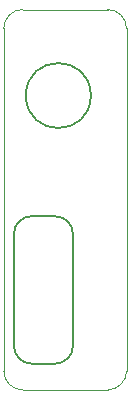
<source format=gbr>
%TF.GenerationSoftware,KiCad,Pcbnew,7.0.2-0*%
%TF.CreationDate,2023-08-13T20:03:35+08:00*%
%TF.ProjectId,Shield,53686965-6c64-42e6-9b69-6361645f7063,rev?*%
%TF.SameCoordinates,Original*%
%TF.FileFunction,Profile,NP*%
%FSLAX46Y46*%
G04 Gerber Fmt 4.6, Leading zero omitted, Abs format (unit mm)*
G04 Created by KiCad (PCBNEW 7.0.2-0) date 2023-08-13 20:03:35*
%MOMM*%
%LPD*%
G01*
G04 APERTURE LIST*
%TA.AperFunction,Profile*%
%ADD10C,0.100000*%
%TD*%
%TA.AperFunction,Profile*%
%ADD11C,0.200000*%
%TD*%
G04 APERTURE END LIST*
D10*
X147600000Y-116600000D02*
G75*
G03*
X149200000Y-115000000I0J1600000D01*
G01*
D11*
X143161729Y-114379189D02*
X141161729Y-114379189D01*
D10*
X138800000Y-96100000D02*
X138800000Y-86000000D01*
X138800000Y-115000000D02*
G75*
G03*
X140400000Y-116600000I1600000J0D01*
G01*
X138800000Y-115000000D02*
X138800000Y-102100000D01*
D11*
X144661729Y-103399846D02*
X144661730Y-112879189D01*
D10*
X147600000Y-116600000D02*
X140400000Y-116600000D01*
X138800000Y-102100000D02*
X138800000Y-96100000D01*
D11*
X141161729Y-101899829D02*
G75*
G03*
X139661729Y-103399846I-29J-1499971D01*
G01*
X143161729Y-114379130D02*
G75*
G03*
X144661730Y-112879189I71J1499930D01*
G01*
X139661711Y-112879189D02*
G75*
G03*
X141161729Y-114379189I1499989J-11D01*
G01*
X144661754Y-103399846D02*
G75*
G03*
X143161728Y-101899846I-1500054J-54D01*
G01*
D10*
X140400000Y-84400000D02*
G75*
G03*
X138800000Y-86000000I0J-1600000D01*
G01*
X149200000Y-86000000D02*
X149200000Y-115000000D01*
X147600000Y-84400000D02*
X140400000Y-84400000D01*
D11*
X139661729Y-112879189D02*
X139661729Y-103399846D01*
X146180000Y-91680000D02*
G75*
G03*
X146180000Y-91680000I-2750000J0D01*
G01*
D10*
X149200000Y-86000000D02*
G75*
G03*
X147600000Y-84400000I-1600000J0D01*
G01*
D11*
X141161729Y-101899846D02*
X143161728Y-101899846D01*
M02*

</source>
